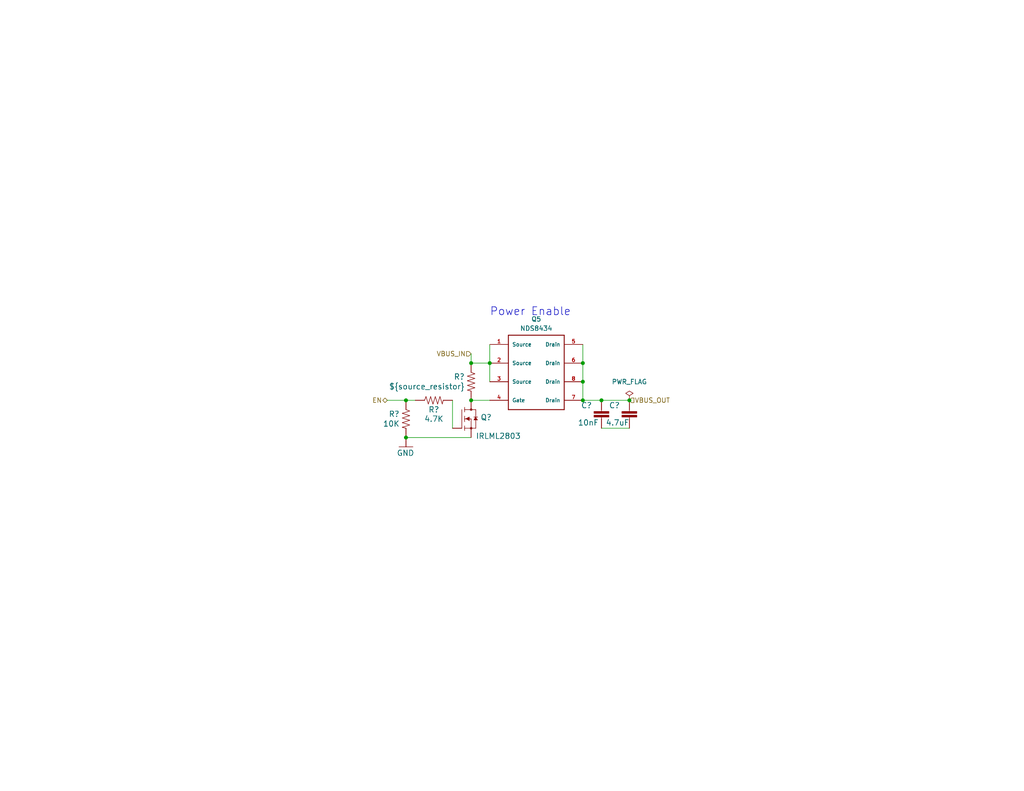
<source format=kicad_sch>
(kicad_sch (version 20230121) (generator eeschema)
  (paper "A")
  (title_block (date "2023-11-01") (rev "1.0") (company "Stanford Student Space Initiative") (comment 1 "RE: Flynn Dreilinger") (comment 2 "Reviewer 1: Pete Mahowald") (comment 3 "Reviewer 2: Tim Vrakas") (comment 4 "Reviewer 3: Grant Regen"))
  (lib_symbols
    (symbol "adcs:NDS8434" (pin_names (offset 1.016))
      (property "Reference" "Q2" (at -1.27 11.43 0))
      (property "Value" "NDS8434" (at -5.08 -12.7 0))
      (symbol "NDS8434_0_0"
        (polyline (pts (xy -7.62 -10.16) (xy -7.62 10.16)) (stroke (width 0.254)))
        (polyline (pts (xy -7.62 10.16) (xy 7.62 10.16)) (stroke (width 0.254)))
        (polyline (pts (xy 7.62 -10.16) (xy -7.62 -10.16)) (stroke (width 0.254)))
        (polyline (pts (xy 7.62 10.16) (xy 7.62 -10.16)) (stroke (width 0.254)))
        (pin bidirectional line (at -12.7 7.62 0) (length 5.08) (name "Source") (number "1"))
        (pin bidirectional line (at -12.7 2.54 0) (length 5.08) (name "Source") (number "2"))
        (pin bidirectional line (at -12.7 -2.54 0) (length 5.08) (name "Source") (number "3"))
        (pin bidirectional line (at -12.7 -7.62 0) (length 5.08) (name "Gate") (number "4"))
        (pin bidirectional line (at 12.7 7.62 180) (length 5.08) (name "Drain") (number "5"))
        (pin bidirectional line (at 12.7 2.54 180) (length 5.08) (name "Drain") (number "6"))
        (pin bidirectional line (at 12.7 -7.62 180) (length 5.08) (name "Drain") (number "7"))
        (pin bidirectional line (at 12.7 -2.54 180) (length 5.08) (name "Drain") (number "8"))
      )
    )
    (symbol "mainboard:GND" (power) (pin_names (offset 1.016))
      (property "Value" "GND" (at -2.54 -2.54 0))
      (symbol "GND_1_0"
        (polyline (pts (xy -1.905 0) (xy 1.905 0)))
        (pin power_in line (at 0 2.54 270) (length 2.54) (name "GND") (number "1"))
      )
    )
    (symbol "mainboard:IRLML2803TRPBF" (pin_names (offset 1.016))
      (property "Reference" "Q" (at -11.43 1.27 0))
      (property "Value" "IRLML2803TRPBF" (at -11.43 3.81 0))
      (symbol "IRLML2803TRPBF_1_0"
        (polyline (pts (xy 0 2.54) (xy 0 -2.54)))
        (polyline (pts (xy 0.762 -2.54) (xy 0.762 -3.175)))
        (polyline (pts (xy 0.762 -1.905) (xy 0.762 -2.54)))
        (polyline (pts (xy 0.762 0) (xy 0.762 -0.762)))
        (polyline (pts (xy 0.762 0) (xy 2.54 0)))
        (polyline (pts (xy 0.762 0.762) (xy 0.762 0)))
        (polyline (pts (xy 0.762 2.54) (xy 0.762 1.905)))
        (polyline (pts (xy 0.762 2.54) (xy 3.81 2.54)))
        (polyline (pts (xy 0.762 3.175) (xy 0.762 2.54)))
        (polyline (pts (xy 2.54 -2.54) (xy 0.762 -2.54)))
        (polyline (pts (xy 2.54 -2.54) (xy 3.81 -2.54)))
        (polyline (pts (xy 2.54 0) (xy 2.54 -2.54)))
        (polyline (pts (xy 3.302 0.508) (xy 3.81 0.508)))
        (polyline (pts (xy 3.81 -0.508) (xy 3.81 -2.54)))
        (polyline (pts (xy 3.81 0.508) (xy 3.81 -0.508)))
        (polyline (pts (xy 3.81 0.508) (xy 4.318 0.508)))
        (polyline (pts (xy 3.81 2.54) (xy 3.81 0.508)))
        (polyline (pts (xy 1.016 0) (xy 2.032 0.508) (xy 2.032 -0.508)) (fill (type outline)))
        (polyline (pts (xy 3.81 0.508) (xy 3.302 -0.254) (xy 4.318 -0.254)) (fill (type outline)))
        (circle (center 2.54 -2.54) (radius 0.254))
        (circle (center 2.54 2.54) (radius 0.254))
        (pin passive line (at -2.54 -2.54 0) (length 2.54) (name "G") (number "1"))
        (pin passive line (at 2.54 -5.08 90) (length 2.54) (name "S") (number "2"))
        (pin passive line (at 2.54 5.08 270) (length 2.54) (name "D") (number "3"))
      )
    )
    (symbol "mainboard:R-US_R0603" (pin_names (offset 1.016))
      (property "Reference" "R" (at -3.81 1.4986 0))
      (property "Value" "R-US_R0603" (at -3.81 -3.302 0))
      (symbol "R-US_R0603_1_0"
        (polyline (pts (xy -2.54 0) (xy -2.159 1.016)))
        (polyline (pts (xy -2.159 1.016) (xy -1.524 -1.016)))
        (polyline (pts (xy -1.524 -1.016) (xy -0.889 1.016)))
        (polyline (pts (xy -0.889 1.016) (xy -0.254 -1.016)))
        (polyline (pts (xy -0.254 -1.016) (xy 0.381 1.016)))
        (polyline (pts (xy 0.381 1.016) (xy 1.016 -1.016)))
        (polyline (pts (xy 1.016 -1.016) (xy 1.651 1.016)))
        (polyline (pts (xy 1.651 1.016) (xy 2.286 -1.016)))
        (polyline (pts (xy 2.286 -1.016) (xy 2.54 0)))
        (pin passive line (at -5.08 0 0) (length 2.54) (name "1") (number "1"))
        (pin passive line (at 5.08 0 180) (length 2.54) (name "2") (number "2"))
      )
    )
    (symbol "power:PWR_FLAG" (power) (pin_numbers hide) (pin_names (offset 0) hide)
      (property "Value" "PWR_FLAG" (at 0 3.81 0))
      (symbol "PWR_FLAG_0_0"
        (pin power_out line (at 0 0 90) (length 0) (name "pwr") (number "1"))
      )
      (symbol "PWR_FLAG_0_1"
        (polyline (pts (xy 0 0) (xy 0 1.27) (xy -1.016 1.905) (xy 0 2.54) (xy 1.016 1.905) (xy 0 1.27)))
      )
    )
    (symbol "pycubed_mainboard:10NF_10000PF-50V-10%(0603)" (pin_names (offset 1.016))
      (property "Reference" "C" (at 1.524 2.921 0))
      (property "Value" "10NF_10000PF-50V-10%(0603)" (at 1.524 -2.159 0))
      (symbol "10NF_10000PF-50V-10%(0603)_1_0"
        (rectangle (start -2.032 0.508) (end 2.032 1.016) (fill (type outline)))
        (rectangle (start -2.032 1.524) (end 2.032 2.032) (fill (type outline)))
        (polyline (pts (xy 0 0) (xy 0 0.508)))
        (polyline (pts (xy 0 2.54) (xy 0 2.032)))
        (pin passive line (at 0 5.08 270) (length 2.54) (name "1") (number "1"))
        (pin passive line (at 0 -2.54 90) (length 2.54) (name "2") (number "2"))
      )
    )
  )
  (junction (at 128.5494 109.2962))
  (junction (at 110.7694 109.2962))
  (junction (at 171.7294 109.2962))
  (junction (at 159.0294 109.2962))
  (junction (at 110.7694 119.4562))
  (junction (at 164.1094 109.2962))
  (junction (at 159.0294 104.2162))
  (junction (at 159.0294 99.1362))
  (junction (at 128.5494 99.1362))
  (junction (at 133.6294 99.1362))
  (wire (pts (xy 128.5494 99.1362) (xy 128.5494 96.5962)))
  (wire (pts (xy 159.0294 104.2162) (xy 159.0294 109.2962)))
  (wire (pts (xy 133.6294 99.1362) (xy 133.6294 104.2162)))
  (wire (pts (xy 133.6294 109.2962) (xy 128.5494 109.2962)))
  (wire (pts (xy 159.0294 99.1362) (xy 159.0294 104.2162)))
  (wire (pts (xy 164.1094 109.2962) (xy 171.7294 109.2962)))
  (wire (pts (xy 133.6294 99.1362) (xy 128.5494 99.1362)))
  (wire (pts (xy 110.7694 109.2962) (xy 105.6894 109.2962)))
  (wire (pts (xy 159.0294 109.2962) (xy 164.1094 109.2962)))
  (wire (pts (xy 159.0294 94.0562) (xy 159.0294 99.1362)))
  (wire (pts (xy 128.5494 119.4562) (xy 110.7694 119.4562)))
  (wire (pts (xy 164.1094 116.9162) (xy 171.7294 116.9162)))
  (wire (pts (xy 133.6294 94.0562) (xy 133.6294 99.1362)))
  (wire (pts (xy 113.3094 109.2962) (xy 110.7694 109.2962)))
  (wire (pts (xy 123.4694 116.9162) (xy 123.4694 109.2962)))
  (text "Power Enable" (at 133.6294 86.4362 0) (effects (font (size 2.159 2.159)) (justify left bottom)))
  (hierarchical_label "EN" (shape bidirectional) (at 105.6894 109.2962 180))
  (hierarchical_label "VBUS_OUT" (shape input) (at 171.704 109.2962 0))
  (hierarchical_label "VBUS_IN" (shape input) (at 128.5494 96.5962 180))
  (symbol (lib_id "mainboard:R-US_R0603") (at 118.3894 109.2962 0) (unit 1)
    (property "Reference" "R?" (at 118.3894 111.8362 0) (effects (font (size 1.4986 1.4986))))
    (property "Value" "4.7K" (at 118.3894 114.3762 0) (effects (font (size 1.4986 1.4986))))
    (property "Footprint" "Resistor_SMD:R_0603_1608Metric" (effects hide))
    (property "Description" "4.7K 0603" (effects hide))
    (instances (project "adcs-hardware" (path "" (reference "R?") (unit 1)) (path "" (reference "R?") (unit 1)) (path "" (reference "R34") (unit 1)) (path "" (reference "R40") (unit 1)) (path "" (reference "R37") (unit 1)) (path "" (reference "R43") (unit 1)) (path "" (reference "R49") (unit 1)) (path "" (reference "R46") (unit 1))) (project "mainboard" (path "" (reference "R?") (unit 1))))
  )
  (symbol (lib_id "power:PWR_FLAG") (at 171.7294 109.2962 0) (unit 1)
    (property "Reference" "#FLG?" (effects hide))
    (property "Value" "PWR_FLAG" (at 171.7294 104.2416 0))
    (instances (project "adcs-hardware" (path "" (reference "#FLG?") (unit 1)) (path "" (reference "#FLG?") (unit 1)) (path "" (reference "#FLG07") (unit 1)) (path "" (reference "#FLG08") (unit 1)) (path "" (reference "#FLG09") (unit 1)) (path "" (reference "#FLG010") (unit 1)) (path "" (reference "#FLG011") (unit 1)) (path "" (reference "#FLG012") (unit 1))))
  )
  (symbol (lib_id "mainboard:IRLML2803TRPBF") (at 126.0094 114.3762 0) (unit 1)
    (property "Reference" "Q?" (at 131.0894 113.1062 0) (effects (font (size 1.4986 1.4986)) (justify left top)))
    (property "Value" "IRLML2803" (at 129.8194 118.1862 0) (effects (font (size 1.4986 1.4986)) (justify left top)))
    (property "Footprint" "mainboard:SOT-23" (effects hide))
    (property "Datasheet" "https://www.infineon.com/dgdl/irlml2803pbf.pdf?fileId=5546d462533600a4015356682aff260f" (effects hide))
    (property "Description" "Single N-Channel MOSFET" (effects hide))
    (property "Flight" "IRLML2803" (effects hide))
    (property "Manufacturer_Name" "Infineon Technologies" (effects hide))
    (property "Proto" "2302" (effects hide))
    (instances (project "adcs-hardware" (path "" (reference "Q?") (unit 1)) (path "" (reference "Q?") (unit 1)) (path "" (reference "Q4") (unit 1)) (path "" (reference "Q8") (unit 1)) (path "" (reference "Q6") (unit 1)) (path "" (reference "Q10") (unit 1)) (path "" (reference "Q14") (unit 1)) (path "" (reference "Q12") (unit 1))) (project "mainboard" (path "" (reference "Q?") (unit 1))))
  )
  (symbol (lib_id "mainboard:R-US_R0603") (at 128.5494 104.2162 270) (unit 1)
    (property "Reference" "R?" (at 126.8476 102.87 90) (effects (font (size 1.4986 1.4986)) (justify right)))
    (property "Value" "${source_resistor}" (at 126.8476 105.537 90) (effects (font (size 1.4986 1.4986)) (justify right)))
    (property "Footprint" "Resistor_SMD:R_0603_1608Metric" (effects hide))
    (property "Description" "0603" (effects hide))
    (instances (project "adcs-hardware" (path "" (reference "R?") (unit 1)) (path "" (reference "R?") (unit 1)) (path "" (reference "R35") (unit 1)) (path "" (reference "R41") (unit 1)) (path "" (reference "R38") (unit 1)) (path "" (reference "R44") (unit 1)) (path "" (reference "R50") (unit 1)) (path "" (reference "R47") (unit 1))) (project "mainboard" (path "" (reference "R?") (unit 1))))
  )
  (symbol (lib_id "pycubed_mainboard:10NF_10000PF-50V-10%(0603)") (at 171.7294 114.3762 0) (unit 1)
    (property "Reference" "C?" (at 166.1414 110.6932 0) (effects (font (size 1.4986 1.4986)) (justify left)))
    (property "Value" "4.7uF" (at 165.2524 115.3922 0) (effects (font (size 1.4986 1.4986)) (justify left)))
    (property "Footprint" "Capacitor_SMD:C_0603_1608Metric" (effects hide))
    (instances (project "adcs-hardware" (path "" (reference "C?") (unit 1)) (path "" (reference "C?") (unit 1)) (path "" (reference "C?") (unit 1)) (path "" (reference "C41") (unit 1)) (path "" (reference "C43") (unit 1)) (path "" (reference "C45") (unit 1)) (path "" (reference "C47") (unit 1)) (path "" (reference "C49") (unit 1)) (path "" (reference "C51") (unit 1))))
  )
  (symbol (lib_id "adcs:NDS8434") (at 146.3294 101.6762 0) (unit 1)
    (property "Reference" "Q5" (at 146.3294 87.122 0))
    (property "Value" "NDS8434" (at 146.3294 89.662 0))
    (property "Footprint" "mainboard:NDS8434" (effects hide))
    (property "Datasheet" "https://www.onsemi.com/pdf/datasheet/nds8434-d.pdf" (effects hide))
    (property "Flight" "NDS8434" (effects hide))
    (property "Description" "P-Channel MOSFET" (effects hide))
    (property "Manufacturer_Name" "ON Semiconductor" (effects hide))
    (property "Proto" "DMP2022LSS-13" (effects hide))
    (instances (project "adcs-hardware" (path "" (reference "Q5") (unit 1)) (path "" (reference "Q7") (unit 1)) (path "" (reference "Q9") (unit 1)) (path "" (reference "Q11") (unit 1)) (path "" (reference "Q13") (unit 1)) (path "" (reference "Q15") (unit 1))))
  )
  (symbol (lib_id "mainboard:R-US_R0603") (at 110.7694 114.3762 270) (unit 1)
    (property "Reference" "R?" (at 109.0676 113.03 90) (effects (font (size 1.4986 1.4986)) (justify right)))
    (property "Value" "10K" (at 109.0676 115.697 90) (effects (font (size 1.4986 1.4986)) (justify right)))
    (property "Footprint" "Resistor_SMD:R_0603_1608Metric" (effects hide))
    (property "Description" "10K 0603" (effects hide))
    (instances (project "adcs-hardware" (path "" (reference "R?") (unit 1)) (path "" (reference "R?") (unit 1)) (path "" (reference "R33") (unit 1)) (path "" (reference "R39") (unit 1)) (path "" (reference "R36") (unit 1)) (path "" (reference "R42") (unit 1)) (path "" (reference "R48") (unit 1)) (path "" (reference "R45") (unit 1))) (project "mainboard" (path "" (reference "R?") (unit 1))))
  )
  (symbol (lib_id "pycubed_mainboard:10NF_10000PF-50V-10%(0603)") (at 164.1094 114.3762 0) (unit 1)
    (property "Reference" "C?" (at 158.5214 110.6932 0) (effects (font (size 1.4986 1.4986)) (justify left)))
    (property "Value" "10nF" (at 157.6324 115.3922 0) (effects (font (size 1.4986 1.4986)) (justify left)))
    (property "Footprint" "Capacitor_SMD:C_0603_1608Metric" (effects hide))
    (instances (project "adcs-hardware" (path "" (reference "C?") (unit 1)) (path "" (reference "C?") (unit 1)) (path "" (reference "C?") (unit 1)) (path "" (reference "C40") (unit 1)) (path "" (reference "C42") (unit 1)) (path "" (reference "C44") (unit 1)) (path "" (reference "C46") (unit 1)) (path "" (reference "C48") (unit 1)) (path "" (reference "C50") (unit 1))))
  )
  (symbol (lib_id "mainboard:GND") (at 110.7694 121.9962 0) (unit 1)
    (property "Reference" "#GND?" (effects hide))
    (property "Value" "GND" (at 108.2294 124.5362 0) (effects (font (size 1.4986 1.4986)) (justify left bottom)))
    (instances (project "adcs-hardware" (path "" (reference "#GND?") (unit 1)) (path "" (reference "#GND?") (unit 1)) (path "" (reference "#GND018") (unit 1)) (path "" (reference "#GND020") (unit 1)) (path "" (reference "#GND019") (unit 1)) (path "" (reference "#GND021") (unit 1)) (path "" (reference "#GND023") (unit 1)) (path "" (reference "#GND022") (unit 1))) (project "mainboard" (path "" (reference "#GND?") (unit 1))))
  )
)
</source>
